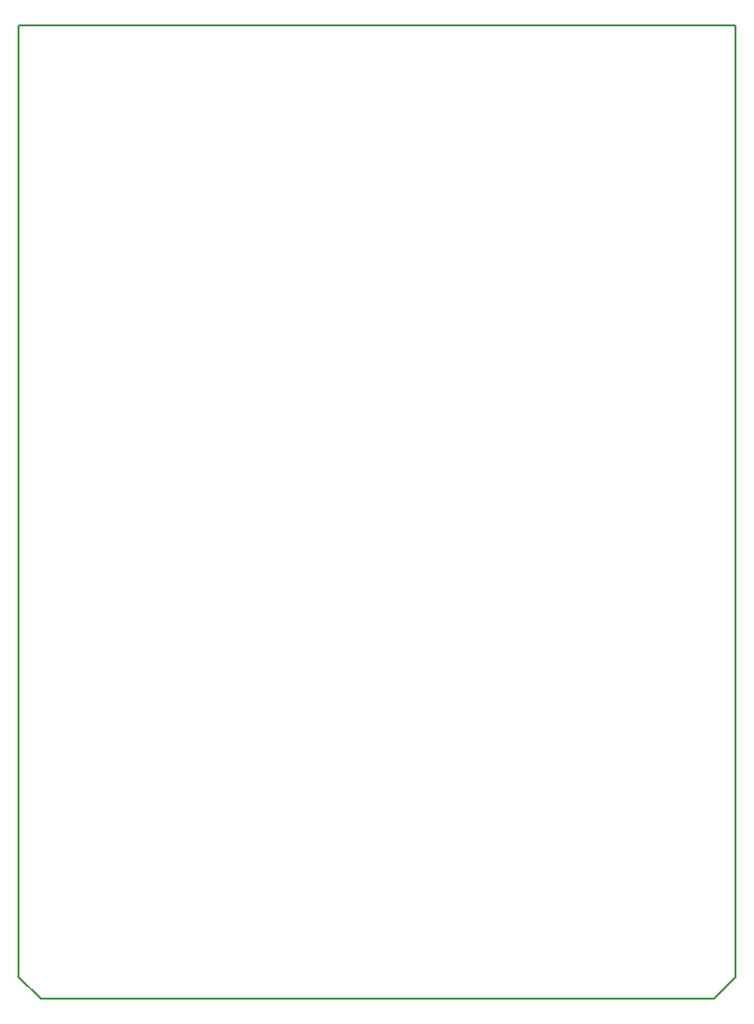
<source format=gm1>
G04 #@! TF.GenerationSoftware,KiCad,Pcbnew,(2018-02-09 revision dba198e57)-makepkg*
G04 #@! TF.CreationDate,2018-02-11T15:57:52+01:00*
G04 #@! TF.ProjectId,videopaccart,766964656F706163636172742E6B6963,rev?*
G04 #@! TF.SameCoordinates,Original*
G04 #@! TF.FileFunction,Profile,NP*
%FSLAX46Y46*%
G04 Gerber Fmt 4.6, Leading zero omitted, Abs format (unit mm)*
G04 Created by KiCad (PCBNEW (2018-02-09 revision dba198e57)-makepkg) date 02/11/18 15:57:52*
%MOMM*%
%LPD*%
G01*
G04 APERTURE LIST*
%ADD10C,0.150000*%
G04 APERTURE END LIST*
D10*
X121285000Y-46355000D02*
X121285000Y-128905000D01*
X183515000Y-46355000D02*
X121285000Y-46355000D01*
X183515000Y-128905000D02*
X183515000Y-46355000D01*
X181610000Y-130810000D02*
X183515000Y-128905000D01*
X123190000Y-130810000D02*
X181610000Y-130810000D01*
X121285000Y-128905000D02*
X123190000Y-130810000D01*
M02*

</source>
